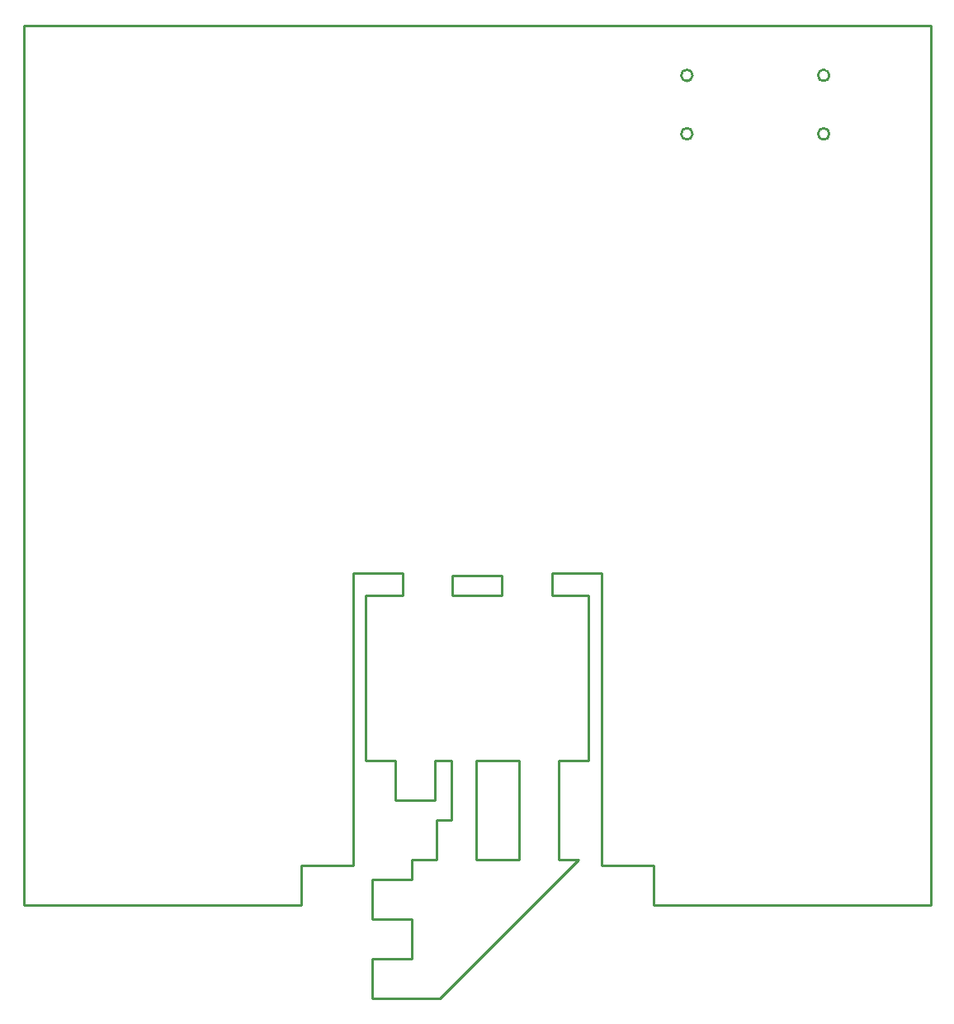
<source format=gm1>
G04*
G04 #@! TF.GenerationSoftware,Altium Limited,Altium Designer,20.2.6 (244)*
G04*
G04 Layer_Color=16711935*
%FSLAX24Y24*%
%MOIN*%
G70*
G04*
G04 #@! TF.SameCoordinates,939C5B67-7932-4E13-932B-422522EE1AF6*
G04*
G04*
G04 #@! TF.FilePolarity,Positive*
G04*
G01*
G75*
%ADD10C,0.0100*%
D10*
X55030Y51110D02*
G03*
X55030Y51110I-230J0D01*
G01*
Y48750D02*
G03*
X55030Y48750I-230J0D01*
G01*
X49505D02*
G03*
X49505Y48750I-230J0D01*
G01*
Y51110D02*
G03*
X49505Y51110I-230J0D01*
G01*
X38170Y13853D02*
X39303D01*
X38170Y19456D02*
X39170Y19460D01*
X39800Y30930D02*
X41800D01*
X39770Y21060D02*
Y23460D01*
X39110D02*
X39770D01*
X39170Y21060D02*
X39770D01*
X40770D02*
Y23460D01*
X44110Y21060D02*
Y21860D01*
X42510Y21060D02*
Y21860D01*
X40770Y23460D02*
X42510D01*
X43820Y30130D02*
Y31030D01*
X41800Y30130D02*
Y30930D01*
X39800Y30130D02*
Y30930D01*
X37800Y30130D02*
Y31030D01*
X36310Y30130D02*
X37800D01*
X43820Y31030D02*
X45820D01*
X43820Y30130D02*
X45310D01*
X39800D02*
X41800D01*
X35800Y31030D02*
X37800D01*
X39303Y13853D02*
X44910Y19460D01*
X36570Y13853D02*
X38170D01*
X36570D02*
Y15453D01*
Y17053D02*
Y18653D01*
Y15453D02*
X38170D01*
X36570Y17053D02*
X38170D01*
X36570Y18653D02*
X38170D01*
Y15453D02*
Y17053D01*
Y18653D02*
Y19453D01*
X39170Y19460D02*
Y21060D01*
X40770Y19460D02*
Y21060D01*
Y19460D02*
X42510D01*
X44110D02*
X44910D01*
X42510D02*
Y21060D01*
X44110Y19460D02*
Y21060D01*
X37510Y21860D02*
X39110D01*
X44110D02*
Y23460D01*
X42510Y21860D02*
Y23460D01*
X37510Y21860D02*
Y23460D01*
X39110Y21860D02*
Y23460D01*
X44110D02*
X45310D01*
X36310D02*
X37510D01*
X36310D02*
Y30130D01*
X45310Y23460D02*
Y30130D01*
X45820Y19220D02*
Y31030D01*
X35800Y19220D02*
Y31030D01*
X45820Y19220D02*
X47920D01*
X33700D02*
X35800D01*
X47920Y17620D02*
Y19220D01*
X33700Y17620D02*
Y19220D01*
X47920Y17620D02*
X59120D01*
X22500D02*
X33700D01*
X22500D02*
Y53120D01*
X59120D01*
Y17620D02*
Y53120D01*
X55030Y51110D02*
G03*
X55030Y51110I-230J0D01*
G01*
Y48750D02*
G03*
X55030Y48750I-230J0D01*
G01*
X49505D02*
G03*
X49505Y48750I-230J0D01*
G01*
Y51110D02*
G03*
X49505Y51110I-230J0D01*
G01*
X38170Y13853D02*
X39303D01*
X38170Y19456D02*
X39170Y19460D01*
X39800Y30930D02*
X41800D01*
X39770Y21060D02*
Y23460D01*
X39110D02*
X39770D01*
X39170Y21060D02*
X39770D01*
X40770D02*
Y23460D01*
X44110Y21060D02*
Y21860D01*
X42510Y21060D02*
Y21860D01*
X40770Y23460D02*
X42510D01*
X43820Y30130D02*
Y31030D01*
X41800Y30130D02*
Y30930D01*
X39800Y30130D02*
Y30930D01*
X37800Y30130D02*
Y31030D01*
X36310Y30130D02*
X37800D01*
X43820Y31030D02*
X45820D01*
X43820Y30130D02*
X45310D01*
X39800D02*
X41800D01*
X35800Y31030D02*
X37800D01*
X39303Y13853D02*
X44910Y19460D01*
X36570Y13853D02*
X38170D01*
X36570D02*
Y15453D01*
Y17053D02*
Y18653D01*
Y15453D02*
X38170D01*
X36570Y17053D02*
X38170D01*
X36570Y18653D02*
X38170D01*
Y15453D02*
Y17053D01*
Y18653D02*
Y19453D01*
X39170Y19460D02*
Y21060D01*
X40770Y19460D02*
Y21060D01*
Y19460D02*
X42510D01*
X44110D02*
X44910D01*
X42510D02*
Y21060D01*
X44110Y19460D02*
Y21060D01*
X37510Y21860D02*
X39110D01*
X44110D02*
Y23460D01*
X42510Y21860D02*
Y23460D01*
X37510Y21860D02*
Y23460D01*
X39110Y21860D02*
Y23460D01*
X44110D02*
X45310D01*
X36310D02*
X37510D01*
X36310D02*
Y30130D01*
X45310Y23460D02*
Y30130D01*
X45820Y19220D02*
Y31030D01*
X35800Y19220D02*
Y31030D01*
X45820Y19220D02*
X47920D01*
X33700D02*
X35800D01*
X47920Y17620D02*
Y19220D01*
X33700Y17620D02*
Y19220D01*
X47920Y17620D02*
X59120D01*
X22500D02*
X33700D01*
X22500D02*
Y53120D01*
X59120D01*
Y17620D02*
Y53120D01*
M02*

</source>
